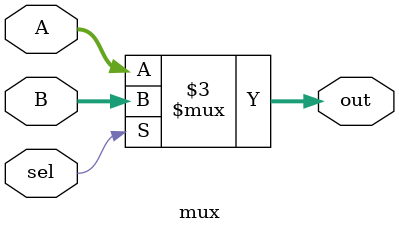
<source format=v>
`timescale 1ns / 1ps


module mux(A, B, sel,out);

// define variable types
input [31:0] A, B;
input sel;
output reg [31:0] out;

// out = (B & sel) | (A & ~sel);
always@(*)
begin
    if (sel)
        out = B;
    else
        out = A;
    end
    
endmodule
</source>
